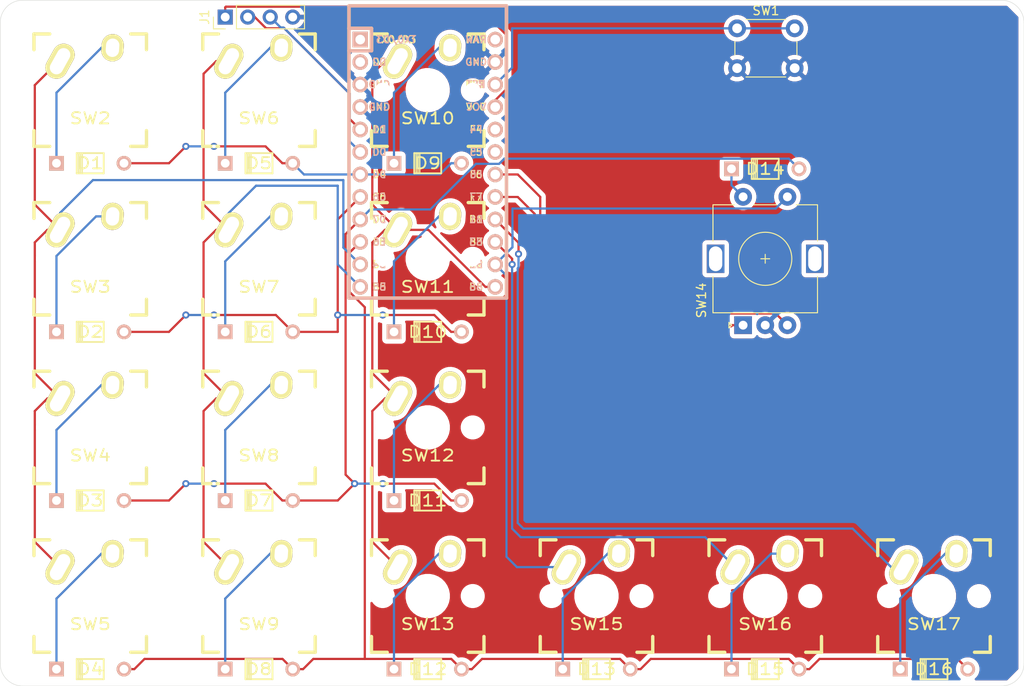
<source format=kicad_pcb>
(kicad_pcb (version 20171130) (host pcbnew "(5.1.5)-3")
  (layers (0 F.Cu signal hide) (31 B.Cu signal hide) (34 B.Paste user) (35 F.Paste user) (36 B.SilkS user) (37 F.SilkS user) (38 B.Mask user) (39 F.Mask user) (44 Edge.Cuts user))
  (net 0 "")
  (net 1 /ROW_A)
  (net 2 "Net-(D1-Pad2)")
  (net 3 /ROW_B)
  (net 4 "Net-(D2-Pad2)")
  (net 5 /ROW_C)
  (net 6 "Net-(D3-Pad2)")
  (net 7 /ROW_D)
  (net 8 "Net-(D4-Pad2)")
  (net 9 "Net-(D5-Pad2)")
  (net 10 "Net-(D6-Pad2)")
  (net 11 "Net-(D7-Pad2)")
  (net 12 "Net-(D8-Pad2)")
  (net 13 "Net-(D9-Pad2)")
  (net 14 "Net-(D10-Pad2)")
  (net 15 "Net-(D11-Pad2)")
  (net 16 "Net-(D12-Pad2)")
  (net 17 "Net-(D13-Pad2)")
  (net 18 "Net-(D14-Pad2)")
  (net 19 "Net-(D15-Pad2)")
  (net 20 "Net-(D16-Pad2)")
  (net 21 VCC)
  (net 22 /SCL)
  (net 23 /SDA)
  (net 24 GND)
  (net 25 "Net-(SW1-Pad1)")
  (net 26 /COL_A)
  (net 27 /COL_B)
  (net 28 /COL_C)
  (net 29 /COL_D)
  (net 30 /ROT1_A)
  (net 31 /ROT1_B)
  (net 32 /COL_E)
  (net 33 /COL_F)
  (module Keebio_Parts:ArduinoProMicro (layer F.Cu) (at 92.075 81.28 270)
    (fp_text reference U1 hide)
    (fp_text value ProMicro hide)
    (fp_text user D2 (at -11.43 5.461) (layer B.SilkS) (effects (font (size 0.8 0.8)) (justify mirror)))
    (fp_text user D0 (at -1.27 5.461) (layer B.SilkS) (effects (font (size 0.8 0.8)) (justify mirror)))
    (fp_text user D1 (at -3.81 5.461) (layer B.SilkS) (effects (font (size 0.8 0.8)) (justify mirror)))
    (fp_text user GND (at -6.35 5.461) (layer B.SilkS) (effects (font (size 0.8 0.8)) (justify mirror)))
    (fp_text user GND (at -8.89 5.461) (layer B.SilkS) (effects (font (size 0.8 0.8)) (justify mirror)))
    (fp_text user D4 (at 1.27 5.461) (layer B.SilkS) (effects (font (size 0.8 0.8)) (justify mirror)))
    (fp_text user C6 (at 3.81 5.461) (layer B.SilkS) (effects (font (size 0.8 0.8)) (justify mirror)))
    (fp_text user D7 (at 6.35 5.461) (layer B.SilkS) (effects (font (size 0.8 0.8)) (justify mirror)))
    (fp_text user E6 (at 8.89 5.461) (layer B.SilkS) (effects (font (size 0.8 0.8)) (justify mirror)))
    (fp_text user B4 (at 11.43 5.461) (layer B.SilkS) (effects (font (size 0.8 0.8)) (justify mirror)))
    (fp_text user B5 (at 13.97 5.461) (layer B.SilkS) (effects (font (size 0.8 0.8)) (justify mirror)))
    (fp_text user B6 (at 13.97 -5.461) (layer B.SilkS) (effects (font (size 0.8 0.8)) (justify mirror)))
    (fp_text user B2 (at 11.43 -5.461) (layer F.SilkS) (effects (font (size 0.8 0.8))))
    (fp_text user B3 (at 8.89 -5.461) (layer B.SilkS) (effects (font (size 0.8 0.8)) (justify mirror)))
    (fp_text user B1 (at 6.35 -5.461) (layer B.SilkS) (effects (font (size 0.8 0.8)) (justify mirror)))
    (fp_text user F7 (at 3.81 -5.461) (layer F.SilkS) (effects (font (size 0.8 0.8))))
    (fp_text user F6 (at 1.27 -5.461) (layer F.SilkS) (effects (font (size 0.8 0.8))))
    (fp_text user F5 (at -1.27 -5.461) (layer F.SilkS) (effects (font (size 0.8 0.8))))
    (fp_text user F4 (at -3.81 -5.461) (layer B.SilkS) (effects (font (size 0.8 0.8)) (justify mirror)))
    (fp_text user VCC (at -6.35 -5.461) (layer B.SilkS) (effects (font (size 0.8 0.8)) (justify mirror)))
    (fp_text user GND (at -11.43 -5.461) (layer B.SilkS) (effects (font (size 0.8 0.8)) (justify mirror)))
    (fp_text user RAW (at -13.97 -5.461) (layer B.SilkS) (effects (font (size 0.8 0.8)) (justify mirror)))
    (fp_text user RAW (at -13.97 -5.461) (layer F.SilkS) (effects (font (size 0.8 0.8))))
    (fp_text user GND (at -11.43 -5.461) (layer F.SilkS) (effects (font (size 0.8 0.8))))
    (fp_text user ST (at -8.92 -5.73312) (layer F.SilkS) (effects (font (size 0.8 0.8))))
    (fp_text user VCC (at -6.35 -5.461) (layer F.SilkS) (effects (font (size 0.8 0.8))))
    (fp_text user F4 (at -3.81 -5.461) (layer F.SilkS) (effects (font (size 0.8 0.8))))
    (fp_text user F5 (at -1.27 -5.461) (layer B.SilkS) (effects (font (size 0.8 0.8)) (justify mirror)))
    (fp_text user F6 (at 1.27 -5.461) (layer B.SilkS) (effects (font (size 0.8 0.8)) (justify mirror)))
    (fp_text user F7 (at 3.81 -5.461) (layer B.SilkS) (effects (font (size 0.8 0.8)) (justify mirror)))
    (fp_text user B1 (at 6.35 -5.461) (layer F.SilkS) (effects (font (size 0.8 0.8))))
    (fp_text user B3 (at 8.89 -5.461) (layer F.SilkS) (effects (font (size 0.8 0.8))))
    (fp_text user B2 (at 11.43 -5.461) (layer B.SilkS) (effects (font (size 0.8 0.8)) (justify mirror)))
    (fp_text user B6 (at 13.97 -5.461) (layer F.SilkS) (effects (font (size 0.8 0.8))))
    (fp_text user B5 (at 13.97 5.461) (layer F.SilkS) (effects (font (size 0.8 0.8))))
    (fp_text user B4 (at 11.43 5.461) (layer F.SilkS) (effects (font (size 0.8 0.8))))
    (fp_text user E6 (at 8.89 5.461) (layer F.SilkS) (effects (font (size 0.8 0.8))))
    (fp_text user D7 (at 6.35 5.461) (layer F.SilkS) (effects (font (size 0.8 0.8))))
    (fp_text user C6 (at 3.81 5.461) (layer F.SilkS) (effects (font (size 0.8 0.8))))
    (fp_text user D4 (at 1.27 5.461) (layer F.SilkS) (effects (font (size 0.8 0.8))))
    (fp_text user GND (at -8.89 5.461) (layer F.SilkS) (effects (font (size 0.8 0.8))))
    (fp_text user GND (at -6.35 5.461) (layer F.SilkS) (effects (font (size 0.8 0.8))))
    (fp_text user D1 (at -3.81 5.461) (layer F.SilkS) (effects (font (size 0.8 0.8))))
    (fp_text user D0 (at -1.27 5.461) (layer F.SilkS) (effects (font (size 0.8 0.8))))
    (fp_text user D2 (at -11.43 5.461) (layer F.SilkS) (effects (font (size 0.8 0.8))))
    (fp_text user TX0/D3 (at -13.97 3.571872) (layer B.SilkS) (effects (font (size 0.8 0.8)) (justify mirror)))
    (fp_text user TX0/D3 (at -13.97 3.571872) (layer F.SilkS) (effects (font (size 0.8 0.8))))
    (fp_text user ST (at -8.91 -5.04) (layer B.SilkS) (effects (font (size 0.8 0.8)) (justify mirror)))
    (pad 1 thru_hole rect (at -13.97 7.62 270) (size 1.7526 1.7526) (drill 1.0922) (layers *.Cu *.SilkS *.Mask))
    (pad 2 thru_hole circle (at -11.43 7.62 270) (size 1.7526 1.7526) (drill 1.0922) (layers *.Cu *.SilkS *.Mask))
    (pad 3 thru_hole circle (at -8.89 7.62 270) (size 1.7526 1.7526) (drill 1.0922) (layers *.Cu *.SilkS *.Mask) (net 24 GND))
    (pad 4 thru_hole circle (at -6.35 7.62 270) (size 1.7526 1.7526) (drill 1.0922) (layers *.Cu *.SilkS *.Mask) (net 24 GND))
    (pad 5 thru_hole circle (at -3.81 7.62 270) (size 1.7526 1.7526) (drill 1.0922) (layers *.Cu *.SilkS *.Mask) (net 22 /SCL))
    (pad 6 thru_hole circle (at -1.27 7.62 270) (size 1.7526 1.7526) (drill 1.0922) (layers *.Cu *.SilkS *.Mask) (net 23 /SDA))
    (pad 7 thru_hole circle (at 1.27 7.62 270) (size 1.7526 1.7526) (drill 1.0922) (layers *.Cu *.SilkS *.Mask) (net 1 /ROW_A))
    (pad 8 thru_hole circle (at 3.81 7.62 270) (size 1.7526 1.7526) (drill 1.0922) (layers *.Cu *.SilkS *.Mask) (net 3 /ROW_B))
    (pad 9 thru_hole circle (at 6.35 7.62 270) (size 1.7526 1.7526) (drill 1.0922) (layers *.Cu *.SilkS *.Mask) (net 5 /ROW_C))
    (pad 10 thru_hole circle (at 8.89 7.62 270) (size 1.7526 1.7526) (drill 1.0922) (layers *.Cu *.SilkS *.Mask) (net 7 /ROW_D))
    (pad 11 thru_hole circle (at 11.43 7.62 270) (size 1.7526 1.7526) (drill 1.0922) (layers *.Cu *.SilkS *.Mask) (net 26 /COL_A))
    (pad 13 thru_hole circle (at 13.97 -7.62 270) (size 1.7526 1.7526) (drill 1.0922) (layers *.Cu *.SilkS *.Mask) (net 28 /COL_C))
    (pad 14 thru_hole circle (at 11.43 -7.62 270) (size 1.7526 1.7526) (drill 1.0922) (layers *.Cu *.SilkS *.Mask) (net 29 /COL_D))
    (pad 15 thru_hole circle (at 8.89 -7.62 270) (size 1.7526 1.7526) (drill 1.0922) (layers *.Cu *.SilkS *.Mask) (net 32 /COL_E))
    (pad 16 thru_hole circle (at 6.35 -7.62 270) (size 1.7526 1.7526) (drill 1.0922) (layers *.Cu *.SilkS *.Mask) (net 33 /COL_F))
    (pad 17 thru_hole circle (at 3.81 -7.62 270) (size 1.7526 1.7526) (drill 1.0922) (layers *.Cu *.SilkS *.Mask) (net 30 /ROT1_A))
    (pad 18 thru_hole circle (at 1.27 -7.62 270) (size 1.7526 1.7526) (drill 1.0922) (layers *.Cu *.SilkS *.Mask) (net 31 /ROT1_B))
    (pad 19 thru_hole circle (at -1.27 -7.62 270) (size 1.7526 1.7526) (drill 1.0922) (layers *.Cu *.SilkS *.Mask))
    (pad 20 thru_hole circle (at -3.81 -7.62 270) (size 1.7526 1.7526) (drill 1.0922) (layers *.Cu *.SilkS *.Mask))
    (pad 21 thru_hole circle (at -6.35 -7.62 270) (size 1.7526 1.7526) (drill 1.0922) (layers *.Cu *.SilkS *.Mask) (net 21 VCC))
    (pad 22 thru_hole circle (at -8.89 -7.62 270) (size 1.7526 1.7526) (drill 1.0922) (layers *.Cu *.SilkS *.Mask) (net 25 "Net-(SW1-Pad1)"))
    (pad 23 thru_hole circle (at -11.43 -7.62 270) (size 1.7526 1.7526) (drill 1.0922) (layers *.Cu *.SilkS *.Mask) (net 24 GND))
    (pad 12 thru_hole circle (at 13.97 7.62 270) (size 1.7526 1.7526) (drill 1.0922) (layers *.Cu *.SilkS *.Mask) (net 27 /COL_B))
    (pad 24 thru_hole circle (at -13.97 -7.62 270) (size 1.7526 1.7526) (drill 1.0922) (layers *.Cu *.SilkS *.Mask))
  )
  (module TheKeebrary:Hybrid_PCB_100H (layer F.Cu) (at 149.225 130.175)
    (fp_text reference SW17 (at 0 3.175) (layer F.SilkS) (effects (font (size 1.27 1.524) (thickness 0.2032))))
    (fp_text value SW_Push hide)
    (pad 1 thru_hole oval (at -3.405 -3.27 330.95) (size 2.5 4.17) (drill oval 1.5 3.17) (layers *.Cu *.Mask F.SilkS) (net 33 /COL_F))
    (pad 2 thru_hole oval (at 2.52 -4.79 356.1) (size 2.5 3.08) (drill oval 1.5 2.08) (layers *.Cu *.Mask F.SilkS) (net 20 "Net-(D16-Pad2)"))
    (pad HOLE np_thru_hole circle (at 0 0) (size 3.9878 3.9878) (drill 3.9878) (layers *.Cu))
    (pad HOLE np_thru_hole circle (at -5.08 0) (size 1.7018 1.7018) (drill 1.7018) (layers *.Cu))
    (pad HOLE np_thru_hole circle (at 5.08 0) (size 1.7018 1.7018) (drill 1.7018) (layers *.Cu))
  )
  (module TheKeebrary:Hybrid_PCB_100H (layer F.Cu) (at 130.175 130.175)
    (fp_text reference SW16 (at 0 3.175) (layer F.SilkS) (effects (font (size 1.27 1.524) (thickness 0.2032))))
    (fp_text value SW_Push hide)
    (pad 1 thru_hole oval (at -3.405 -3.27 330.95) (size 2.5 4.17) (drill oval 1.5 3.17) (layers *.Cu *.Mask F.SilkS) (net 32 /COL_E))
    (pad 2 thru_hole oval (at 2.52 -4.79 356.1) (size 2.5 3.08) (drill oval 1.5 2.08) (layers *.Cu *.Mask F.SilkS) (net 19 "Net-(D15-Pad2)"))
    (pad HOLE np_thru_hole circle (at 0 0) (size 3.9878 3.9878) (drill 3.9878) (layers *.Cu))
    (pad HOLE np_thru_hole circle (at -5.08 0) (size 1.7018 1.7018) (drill 1.7018) (layers *.Cu))
    (pad HOLE np_thru_hole circle (at 5.08 0) (size 1.7018 1.7018) (drill 1.7018) (layers *.Cu))
  )
  (module TheKeebrary:Hybrid_PCB_100H (layer F.Cu) (at 111.125 130.175)
    (fp_text reference SW15 (at 0 3.175) (layer F.SilkS) (effects (font (size 1.27 1.524) (thickness 0.2032))))
    (fp_text value SW_Push hide)
    (pad 1 thru_hole oval (at -3.405 -3.27 330.95) (size 2.5 4.17) (drill oval 1.5 3.17) (layers *.Cu *.Mask F.SilkS) (net 29 /COL_D))
    (pad 2 thru_hole oval (at 2.52 -4.79 356.1) (size 2.5 3.08) (drill oval 1.5 2.08) (layers *.Cu *.Mask F.SilkS) (net 17 "Net-(D13-Pad2)"))
    (pad HOLE np_thru_hole circle (at 0 0) (size 3.9878 3.9878) (drill 3.9878) (layers *.Cu))
    (pad HOLE np_thru_hole circle (at -5.08 0) (size 1.7018 1.7018) (drill 1.7018) (layers *.Cu))
    (pad HOLE np_thru_hole circle (at 5.08 0) (size 1.7018 1.7018) (drill 1.7018) (layers *.Cu))
  )
  (module TheKeebrary:Hybrid_PCB_100H (layer F.Cu) (at 92.075 130.175)
    (fp_text reference SW13 (at 0 3.175) (layer F.SilkS) (effects (font (size 1.27 1.524) (thickness 0.2032))))
    (fp_text value SW_Push hide)
    (pad 1 thru_hole oval (at -3.405 -3.27 330.95) (size 2.5 4.17) (drill oval 1.5 3.17) (layers *.Cu *.Mask F.SilkS) (net 28 /COL_C))
    (pad 2 thru_hole oval (at 2.52 -4.79 356.1) (size 2.5 3.08) (drill oval 1.5 2.08) (layers *.Cu *.Mask F.SilkS) (net 16 "Net-(D12-Pad2)"))
    (pad HOLE np_thru_hole circle (at 0 0) (size 3.9878 3.9878) (drill 3.9878) (layers *.Cu))
    (pad HOLE np_thru_hole circle (at -5.08 0) (size 1.7018 1.7018) (drill 1.7018) (layers *.Cu))
    (pad HOLE np_thru_hole circle (at 5.08 0) (size 1.7018 1.7018) (drill 1.7018) (layers *.Cu))
  )
  (module TheKeebrary:Hybrid_PCB_100H (layer F.Cu) (at 92.075 111.125)
    (fp_text reference SW12 (at 0 3.175) (layer F.SilkS) (effects (font (size 1.27 1.524) (thickness 0.2032))))
    (fp_text value SW_Push hide)
    (pad 1 thru_hole oval (at -3.405 -3.27 330.95) (size 2.5 4.17) (drill oval 1.5 3.17) (layers *.Cu *.Mask F.SilkS) (net 28 /COL_C))
    (pad 2 thru_hole oval (at 2.52 -4.79 356.1) (size 2.5 3.08) (drill oval 1.5 2.08) (layers *.Cu *.Mask F.SilkS) (net 15 "Net-(D11-Pad2)"))
    (pad HOLE np_thru_hole circle (at 0 0) (size 3.9878 3.9878) (drill 3.9878) (layers *.Cu))
    (pad HOLE np_thru_hole circle (at -5.08 0) (size 1.7018 1.7018) (drill 1.7018) (layers *.Cu))
    (pad HOLE np_thru_hole circle (at 5.08 0) (size 1.7018 1.7018) (drill 1.7018) (layers *.Cu))
  )
  (module TheKeebrary:Hybrid_PCB_100H (layer F.Cu) (at 92.075 92.075)
    (fp_text reference SW11 (at 0 3.175) (layer F.SilkS) (effects (font (size 1.27 1.524) (thickness 0.2032))))
    (fp_text value SW_Push hide)
    (pad 1 thru_hole oval (at -3.405 -3.27 330.95) (size 2.5 4.17) (drill oval 1.5 3.17) (layers *.Cu *.Mask F.SilkS) (net 28 /COL_C))
    (pad 2 thru_hole oval (at 2.52 -4.79 356.1) (size 2.5 3.08) (drill oval 1.5 2.08) (layers *.Cu *.Mask F.SilkS) (net 14 "Net-(D10-Pad2)"))
    (pad HOLE np_thru_hole circle (at 0 0) (size 3.9878 3.9878) (drill 3.9878) (layers *.Cu))
    (pad HOLE np_thru_hole circle (at -5.08 0) (size 1.7018 1.7018) (drill 1.7018) (layers *.Cu))
    (pad HOLE np_thru_hole circle (at 5.08 0) (size 1.7018 1.7018) (drill 1.7018) (layers *.Cu))
  )
  (module TheKeebrary:Hybrid_PCB_100H (layer F.Cu) (at 92.075 73.025)
    (fp_text reference SW10 (at 0 3.175) (layer F.SilkS) (effects (font (size 1.27 1.524) (thickness 0.2032))))
    (fp_text value SW_Push hide)
    (pad 1 thru_hole oval (at -3.405 -3.27 330.95) (size 2.5 4.17) (drill oval 1.5 3.17) (layers *.Cu *.Mask F.SilkS) (net 28 /COL_C))
    (pad 2 thru_hole oval (at 2.52 -4.79 356.1) (size 2.5 3.08) (drill oval 1.5 2.08) (layers *.Cu *.Mask F.SilkS) (net 13 "Net-(D9-Pad2)"))
    (pad HOLE np_thru_hole circle (at 0 0) (size 3.9878 3.9878) (drill 3.9878) (layers *.Cu))
    (pad HOLE np_thru_hole circle (at -5.08 0) (size 1.7018 1.7018) (drill 1.7018) (layers *.Cu))
    (pad HOLE np_thru_hole circle (at 5.08 0) (size 1.7018 1.7018) (drill 1.7018) (layers *.Cu))
  )
  (module TheKeebrary:Hybrid_PCB_100H (layer F.Cu) (at 73.025 130.175)
    (fp_text reference SW9 (at 0 3.175) (layer F.SilkS) (effects (font (size 1.27 1.524) (thickness 0.2032))))
    (fp_text value SW_Push hide)
    (pad 1 thru_hole oval (at -3.405 -3.27 330.95) (size 2.5 4.17) (drill oval 1.5 3.17) (layers *.Cu *.Mask F.SilkS) (net 27 /COL_B))
    (pad 2 thru_hole oval (at 2.52 -4.79 356.1) (size 2.5 3.08) (drill oval 1.5 2.08) (layers *.Cu *.Mask F.SilkS) (net 12 "Net-(D8-Pad2)"))
    (pad HOLE np_thru_hole circle (at 0 0) (size 3.9878 3.9878) (drill 3.9878) (layers *.Cu))
    (pad HOLE np_thru_hole circle (at -5.08 0) (size 1.7018 1.7018) (drill 1.7018) (layers *.Cu))
    (pad HOLE np_thru_hole circle (at 5.08 0) (size 1.7018 1.7018) (drill 1.7018) (layers *.Cu))
  )
  (module TheKeebrary:Hybrid_PCB_100H (layer F.Cu) (at 73.025 111.125)
    (fp_text reference SW8 (at 0 3.175) (layer F.SilkS) (effects (font (size 1.27 1.524) (thickness 0.2032))))
    (fp_text value SW_Push hide)
    (pad 1 thru_hole oval (at -3.405 -3.27 330.95) (size 2.5 4.17) (drill oval 1.5 3.17) (layers *.Cu *.Mask F.SilkS) (net 27 /COL_B))
    (pad 2 thru_hole oval (at 2.52 -4.79 356.1) (size 2.5 3.08) (drill oval 1.5 2.08) (layers *.Cu *.Mask F.SilkS) (net 11 "Net-(D7-Pad2)"))
    (pad HOLE np_thru_hole circle (at 0 0) (size 3.9878 3.9878) (drill 3.9878) (layers *.Cu))
    (pad HOLE np_thru_hole circle (at -5.08 0) (size 1.7018 1.7018) (drill 1.7018) (layers *.Cu))
    (pad HOLE np_thru_hole circle (at 5.08 0) (size 1.7018 1.7018) (drill 1.7018) (layers *.Cu))
  )
  (module TheKeebrary:Hybrid_PCB_100H (layer F.Cu) (at 73.025 92.075)
    (fp_text reference SW7 (at 0 3.175) (layer F.SilkS) (effects (font (size 1.27 1.524) (thickness 0.2032))))
    (fp_text value SW_Push hide)
    (pad 1 thru_hole oval (at -3.405 -3.27 330.95) (size 2.5 4.17) (drill oval 1.5 3.17) (layers *.Cu *.Mask F.SilkS) (net 27 /COL_B))
    (pad 2 thru_hole oval (at 2.52 -4.79 356.1) (size 2.5 3.08) (drill oval 1.5 2.08) (layers *.Cu *.Mask F.SilkS) (net 10 "Net-(D6-Pad2)"))
    (pad HOLE np_thru_hole circle (at 0 0) (size 3.9878 3.9878) (drill 3.9878) (layers *.Cu))
    (pad HOLE np_thru_hole circle (at -5.08 0) (size 1.7018 1.7018) (drill 1.7018) (layers *.Cu))
    (pad HOLE np_thru_hole circle (at 5.08 0) (size 1.7018 1.7018) (drill 1.7018) (layers *.Cu))
  )
  (module TheKeebrary:Hybrid_PCB_100H (layer F.Cu) (at 73.025 73.025)
    (fp_text reference SW6 (at 0 3.175) (layer F.SilkS) (effects (font (size 1.27 1.524) (thickness 0.2032))))
    (fp_text value SW_Push hide)
    (pad 1 thru_hole oval (at -3.405 -3.27 330.95) (size 2.5 4.17) (drill oval 1.5 3.17) (layers *.Cu *.Mask F.SilkS) (net 27 /COL_B))
    (pad 2 thru_hole oval (at 2.52 -4.79 356.1) (size 2.5 3.08) (drill oval 1.5 2.08) (layers *.Cu *.Mask F.SilkS) (net 9 "Net-(D5-Pad2)"))
    (pad HOLE np_thru_hole circle (at 0 0) (size 3.9878 3.9878) (drill 3.9878) (layers *.Cu))
    (pad HOLE np_thru_hole circle (at -5.08 0) (size 1.7018 1.7018) (drill 1.7018) (layers *.Cu))
    (pad HOLE np_thru_hole circle (at 5.08 0) (size 1.7018 1.7018) (drill 1.7018) (layers *.Cu))
  )
  (module TheKeebrary:Hybrid_PCB_100H (layer F.Cu) (at 53.975 130.175)
    (fp_text reference SW5 (at 0 3.175) (layer F.SilkS) (effects (font (size 1.27 1.524) (thickness 0.2032))))
    (fp_text value SW_Push hide)
    (pad 1 thru_hole oval (at -3.405 -3.27 330.95) (size 2.5 4.17) (drill oval 1.5 3.17) (layers *.Cu *.Mask F.SilkS) (net 26 /COL_A))
    (pad 2 thru_hole oval (at 2.52 -4.79 356.1) (size 2.5 3.08) (drill oval 1.5 2.08) (layers *.Cu *.Mask F.SilkS) (net 8 "Net-(D4-Pad2)"))
    (pad HOLE np_thru_hole circle (at 0 0) (size 3.9878 3.9878) (drill 3.9878) (layers *.Cu))
    (pad HOLE np_thru_hole circle (at -5.08 0) (size 1.7018 1.7018) (drill 1.7018) (layers *.Cu))
    (pad HOLE np_thru_hole circle (at 5.08 0) (size 1.7018 1.7018) (drill 1.7018) (layers *.Cu))
  )
  (module TheKeebrary:Hybrid_PCB_100H (layer F.Cu) (at 53.975 111.125)
    (fp_text reference SW4 (at 0 3.175) (layer F.SilkS) (effects (font (size 1.27 1.524) (thickness 0.2032))))
    (fp_text value SW_Push hide)
    (pad 1 thru_hole oval (at -3.405 -3.27 330.95) (size 2.5 4.17) (drill oval 1.5 3.17) (layers *.Cu *.Mask F.SilkS) (net 26 /COL_A))
    (pad 2 thru_hole oval (at 2.52 -4.79 356.1) (size 2.5 3.08) (drill oval 1.5 2.08) (layers *.Cu *.Mask F.SilkS) (net 6 "Net-(D3-Pad2)"))
    (pad HOLE np_thru_hole circle (at 0 0) (size 3.9878 3.9878) (drill 3.9878) (layers *.Cu))
    (pad HOLE np_thru_hole circle (at -5.08 0) (size 1.7018 1.7018) (drill 1.7018) (layers *.Cu))
    (pad HOLE np_thru_hole circle (at 5.08 0) (size 1.7018 1.7018) (drill 1.7018) (layers *.Cu))
  )
  (module TheKeebrary:Hybrid_PCB_100H (layer F.Cu) (at 53.975 92.075)
    (fp_text reference SW3 (at 0 3.175) (layer F.SilkS) (effects (font (size 1.27 1.524) (thickness 0.2032))))
    (fp_text value SW_Push hide)
    (pad 1 thru_hole oval (at -3.405 -3.27 330.95) (size 2.5 4.17) (drill oval 1.5 3.17) (layers *.Cu *.Mask F.SilkS) (net 26 /COL_A))
    (pad 2 thru_hole oval (at 2.52 -4.79 356.1) (size 2.5 3.08) (drill oval 1.5 2.08) (layers *.Cu *.Mask F.SilkS) (net 4 "Net-(D2-Pad2)"))
    (pad HOLE np_thru_hole circle (at 0 0) (size 3.9878 3.9878) (drill 3.9878) (layers *.Cu))
    (pad HOLE np_thru_hole circle (at -5.08 0) (size 1.7018 1.7018) (drill 1.7018) (layers *.Cu))
    (pad HOLE np_thru_hole circle (at 5.08 0) (size 1.7018 1.7018) (drill 1.7018) (layers *.Cu))
  )
  (module TheKeebrary:Hybrid_PCB_100H (layer F.Cu) (at 53.975 73.025)
    (fp_text reference SW2 (at 0 3.175) (layer F.SilkS) (effects (font (size 1.27 1.524) (thickness 0.2032))))
    (fp_text value SW_Push hide)
    (pad 1 thru_hole oval (at -3.405 -3.27 330.95) (size 2.5 4.17) (drill oval 1.5 3.17) (layers *.Cu *.Mask F.SilkS) (net 26 /COL_A))
    (pad 2 thru_hole oval (at 2.52 -4.79 356.1) (size 2.5 3.08) (drill oval 1.5 2.08) (layers *.Cu *.Mask F.SilkS) (net 2 "Net-(D1-Pad2)"))
    (pad HOLE np_thru_hole circle (at 0 0) (size 3.9878 3.9878) (drill 3.9878) (layers *.Cu))
    (pad HOLE np_thru_hole circle (at -5.08 0) (size 1.7018 1.7018) (drill 1.7018) (layers *.Cu))
    (pad HOLE np_thru_hole circle (at 5.08 0) (size 1.7018 1.7018) (drill 1.7018) (layers *.Cu))
  )
  (module Keebio_Parts:RotaryEncoder_Alps_EC11E-Switch_Vertical_H20mm (layer F.Cu) (at 130.175 92.075 90)
    (fp_text reference SW14 (at -4.7 -7.2 90) (layer F.SilkS))
    (fp_text value Rotary_Encoder_Switch)
    (pad A thru_hole rect (at -7.5 -2.5 90) (size 2 2) (drill 1) (layers *.Cu *.Mask) (net 30 /ROT1_A))
    (pad C thru_hole circle (at -7.5 0 90) (size 2 2) (drill 1) (layers *.Cu *.Mask) (net 24 GND))
    (pad B thru_hole circle (at -7.5 2.5 90) (size 2 2) (drill 1) (layers *.Cu *.Mask) (net 31 /ROT1_B))
    (pad MP thru_hole rect (at 0 -5.6 90) (size 3.2 2) (drill oval 2.8 1.5) (layers *.Cu *.Mask))
    (pad MP thru_hole rect (at 0 5.6 90) (size 3.2 2) (drill oval 2.8 1.5) (layers *.Cu *.Mask))
    (pad S2 thru_hole circle (at 7 -2.5 90) (size 2 2) (drill 1) (layers *.Cu *.Mask) (net 18 "Net-(D14-Pad2)"))
    (pad S1 thru_hole circle (at 7 2.5 90) (size 2 2) (drill 1) (layers *.Cu *.Mask) (net 29 /COL_D))
  )
  (module Buttons_Switches_THT:SW_PUSH_6mm (layer F.Cu) (at 127 66.04)
    (fp_text reference SW1 (at 3.25 -2) (layer F.SilkS))
    (fp_text value Reset)
    (pad 2 thru_hole circle (at 0 4.5 90) (size 2 2) (drill 1.1) (layers *.Cu *.Mask) (net 24 GND))
    (pad 1 thru_hole circle (at 0 0 90) (size 2 2) (drill 1.1) (layers *.Cu *.Mask) (net 25 "Net-(SW1-Pad1)"))
    (pad 2 thru_hole circle (at 6.5 4.5 90) (size 2 2) (drill 1.1) (layers *.Cu *.Mask) (net 24 GND))
    (pad 1 thru_hole circle (at 6.5 0 90) (size 2 2) (drill 1.1) (layers *.Cu *.Mask) (net 25 "Net-(SW1-Pad1)"))
  )
  (module Pin_Headers:Pin_Header_Straight_1x04_Pitch2.54mm (layer F.Cu) (at 69.215 64.77 90)
    (fp_text reference J1 (at 0 -2.33 90) (layer F.SilkS))
    (fp_text value Conn_01x04_Female)
    (pad 1 thru_hole rect (at 0 0 90) (size 1.7 1.7) (drill 1) (layers *.Cu *.Mask) (net 21 VCC))
    (pad 2 thru_hole oval (at 0 2.54 90) (size 1.7 1.7) (drill 1) (layers *.Cu *.Mask) (net 22 /SCL))
    (pad 3 thru_hole oval (at 0 5.08 90) (size 1.7 1.7) (drill 1) (layers *.Cu *.Mask) (net 23 /SDA))
    (pad 4 thru_hole oval (at 0 7.62 90) (size 1.7 1.7) (drill 1) (layers *.Cu *.Mask) (net 24 GND))
  )
  (module Keebio_Parts:Diode (layer F.Cu) (at 149.225 138.43 180)
    (fp_text reference D16 (at 0 0) (layer F.SilkS) (effects (font (size 1.27 1.524) (thickness 0.2032))))
    (fp_text value D hide)
    (pad 1 thru_hole circle (at -3.81 0 180) (size 1.651 1.651) (drill 0.9906) (layers *.Cu *.SilkS *.Mask) (net 7 /ROW_D))
    (pad 2 thru_hole rect (at 3.81 0 180) (size 1.651 1.651) (drill 0.9906) (layers *.Cu *.SilkS *.Mask) (net 20 "Net-(D16-Pad2)"))
  )
  (module Keebio_Parts:Diode (layer F.Cu) (at 130.175 138.43 180)
    (fp_text reference D15 (at 0 0) (layer F.SilkS) (effects (font (size 1.27 1.524) (thickness 0.2032))))
    (fp_text value D hide)
    (pad 1 thru_hole circle (at -3.81 0 180) (size 1.651 1.651) (drill 0.9906) (layers *.Cu *.SilkS *.Mask) (net 7 /ROW_D))
    (pad 2 thru_hole rect (at 3.81 0 180) (size 1.651 1.651) (drill 0.9906) (layers *.Cu *.SilkS *.Mask) (net 19 "Net-(D15-Pad2)"))
  )
  (module Keebio_Parts:Diode (layer F.Cu) (at 130.175 81.915 180)
    (fp_text reference D14 (at 0 0) (layer F.SilkS) (effects (font (size 1.27 1.524) (thickness 0.2032))))
    (fp_text value D hide)
    (pad 1 thru_hole circle (at -3.81 0 180) (size 1.651 1.651) (drill 0.9906) (layers *.Cu *.SilkS *.Mask) (net 5 /ROW_C))
    (pad 2 thru_hole rect (at 3.81 0 180) (size 1.651 1.651) (drill 0.9906) (layers *.Cu *.SilkS *.Mask) (net 18 "Net-(D14-Pad2)"))
  )
  (module Keebio_Parts:Diode (layer F.Cu) (at 111.125 138.43 180)
    (fp_text reference D13 (at 0 0) (layer F.SilkS) (effects (font (size 1.27 1.524) (thickness 0.2032))))
    (fp_text value D hide)
    (pad 1 thru_hole circle (at -3.81 0 180) (size 1.651 1.651) (drill 0.9906) (layers *.Cu *.SilkS *.Mask) (net 7 /ROW_D))
    (pad 2 thru_hole rect (at 3.81 0 180) (size 1.651 1.651) (drill 0.9906) (layers *.Cu *.SilkS *.Mask) (net 17 "Net-(D13-Pad2)"))
  )
  (module Keebio_Parts:Diode (layer F.Cu) (at 92.075 138.43 180)
    (fp_text reference D12 (at 0 0) (layer F.SilkS) (effects (font (size 1.27 1.524) (thickness 0.2032))))
    (fp_text value D hide)
    (pad 1 thru_hole circle (at -3.81 0 180) (size 1.651 1.651) (drill 0.9906) (layers *.Cu *.SilkS *.Mask) (net 7 /ROW_D))
    (pad 2 thru_hole rect (at 3.81 0 180) (size 1.651 1.651) (drill 0.9906) (layers *.Cu *.SilkS *.Mask) (net 16 "Net-(D12-Pad2)"))
  )
  (module Keebio_Parts:Diode (layer F.Cu) (at 92.075 119.38 180)
    (fp_text reference D11 (at 0 0) (layer F.SilkS) (effects (font (size 1.27 1.524) (thickness 0.2032))))
    (fp_text value D hide)
    (pad 1 thru_hole circle (at -3.81 0 180) (size 1.651 1.651) (drill 0.9906) (layers *.Cu *.SilkS *.Mask) (net 5 /ROW_C))
    (pad 2 thru_hole rect (at 3.81 0 180) (size 1.651 1.651) (drill 0.9906) (layers *.Cu *.SilkS *.Mask) (net 15 "Net-(D11-Pad2)"))
  )
  (module Keebio_Parts:Diode (layer F.Cu) (at 92.075 100.33 180)
    (fp_text reference D10 (at 0 0) (layer F.SilkS) (effects (font (size 1.27 1.524) (thickness 0.2032))))
    (fp_text value D hide)
    (pad 1 thru_hole circle (at -3.81 0 180) (size 1.651 1.651) (drill 0.9906) (layers *.Cu *.SilkS *.Mask) (net 3 /ROW_B))
    (pad 2 thru_hole rect (at 3.81 0 180) (size 1.651 1.651) (drill 0.9906) (layers *.Cu *.SilkS *.Mask) (net 14 "Net-(D10-Pad2)"))
  )
  (module Keebio_Parts:Diode (layer F.Cu) (at 92.075 81.28 180)
    (fp_text reference D9 (at 0 0) (layer F.SilkS) (effects (font (size 1.27 1.524) (thickness 0.2032))))
    (fp_text value D hide)
    (pad 1 thru_hole circle (at -3.81 0 180) (size 1.651 1.651) (drill 0.9906) (layers *.Cu *.SilkS *.Mask) (net 1 /ROW_A))
    (pad 2 thru_hole rect (at 3.81 0 180) (size 1.651 1.651) (drill 0.9906) (layers *.Cu *.SilkS *.Mask) (net 13 "Net-(D9-Pad2)"))
  )
  (module Keebio_Parts:Diode (layer F.Cu) (at 73.025 138.43 180)
    (fp_text reference D8 (at 0 0) (layer F.SilkS) (effects (font (size 1.27 1.524) (thickness 0.2032))))
    (fp_text value D hide)
    (pad 1 thru_hole circle (at -3.81 0 180) (size 1.651 1.651) (drill 0.9906) (layers *.Cu *.SilkS *.Mask) (net 7 /ROW_D))
    (pad 2 thru_hole rect (at 3.81 0 180) (size 1.651 1.651) (drill 0.9906) (layers *.Cu *.SilkS *.Mask) (net 12 "Net-(D8-Pad2)"))
  )
  (module Keebio_Parts:Diode (layer F.Cu) (at 73.025 119.38 180)
    (fp_text reference D7 (at 0 0) (layer F.SilkS) (effects (font (size 1.27 1.524) (thickness 0.2032))))
    (fp_text value D hide)
    (pad 1 thru_hole circle (at -3.81 0 180) (size 1.651 1.651) (drill 0.9906) (layers *.Cu *.SilkS *.Mask) (net 5 /ROW_C))
    (pad 2 thru_hole rect (at 3.81 0 180) (size 1.651 1.651) (drill 0.9906) (layers *.Cu *.SilkS *.Mask) (net 11 "Net-(D7-Pad2)"))
  )
  (module Keebio_Parts:Diode (layer F.Cu) (at 73.025 100.33 180)
    (fp_text reference D6 (at 0 0) (layer F.SilkS) (effects (font (size 1.27 1.524) (thickness 0.2032))))
    (fp_text value D hide)
    (pad 1 thru_hole circle (at -3.81 0 180) (size 1.651 1.651) (drill 0.9906) (layers *.Cu *.SilkS *.Mask) (net 3 /ROW_B))
    (pad 2 thru_hole rect (at 3.81 0 180) (size 1.651 1.651) (drill 0.9906) (layers *.Cu *.SilkS *.Mask) (net 10 "Net-(D6-Pad2)"))
  )
  (module Keebio_Parts:Diode (layer F.Cu) (at 73.025 81.28 180)
    (fp_text reference D5 (at 0 0) (layer F.SilkS) (effects (font (size 1.27 1.524) (thickness 0.2032))))
    (fp_text value D hide)
    (pad 1 thru_hole circle (at -3.81 0 180) (size 1.651 1.651) (drill 0.9906) (layers *.Cu *.SilkS *.Mask) (net 1 /ROW_A))
    (pad 2 thru_hole rect (at 3.81 0 180) (size 1.651 1.651) (drill 0.9906) (layers *.Cu *.SilkS *.Mask) (net 9 "Net-(D5-Pad2)"))
  )
  (module Keebio_Parts:Diode (layer F.Cu) (at 53.975 138.43 180)
    (fp_text reference D4 (at 0 0) (layer F.SilkS) (effects (font (size 1.27 1.524) (thickness 0.2032))))
    (fp_text value D hide)
    (pad 1 thru_hole circle (at -3.81 0 180) (size 1.651 1.651) (drill 0.9906) (layers *.Cu *.SilkS *.Mask) (net 7 /ROW_D))
    (pad 2 thru_hole rect (at 3.81 0 180) (size 1.651 1.651) (drill 0.9906) (layers *.Cu *.SilkS *.Mask) (net 8 "Net-(D4-Pad2)"))
  )
  (module Keebio_Parts:Diode (layer F.Cu) (at 53.975 119.38 180)
    (fp_text reference D3 (at 0 0) (layer F.SilkS) (effects (font (size 1.27 1.524) (thickness 0.2032))))
    (fp_text value D hide)
    (pad 1 thru_hole circle (at -3.81 0 180) (size 1.651 1.651) (drill 0.9906) (layers *.Cu *.SilkS *.Mask) (net 5 /ROW_C))
    (pad 2 thru_hole rect (at 3.81 0 180) (size 1.651 1.651) (drill 0.9906) (layers *.Cu *.SilkS *.Mask) (net 6 "Net-(D3-Pad2)"))
  )
  (module Keebio_Parts:Diode (layer F.Cu) (at 53.975 100.33 180)
    (fp_text reference D2 (at 0 0) (layer F.SilkS) (effects (font (size 1.27 1.524) (thickness 0.2032))))
    (fp_text value D hide)
    (pad 1 thru_hole circle (at -3.81 0 180) (size 1.651 1.651) (drill 0.9906) (layers *.Cu *.SilkS *.Mask) (net 3 /ROW_B))
    (pad 2 thru_hole rect (at 3.81 0 180) (size 1.651 1.651) (drill 0.9906) (layers *.Cu *.SilkS *.Mask) (net 4 "Net-(D2-Pad2)"))
  )
  (module Keebio_Parts:Diode (layer F.Cu) (at 53.975 81.28 180)
    (fp_text reference D1 (at 0 0) (layer F.SilkS) (effects (font (size 1.27 1.524) (thickness 0.2032))))
    (fp_text value D hide)
    (pad 1 thru_hole circle (at -3.81 0 180) (size 1.651 1.651) (drill 0.9906) (layers *.Cu *.SilkS *.Mask) (net 1 /ROW_A))
    (pad 2 thru_hole rect (at 3.81 0 180) (size 1.651 1.651) (drill 0.9906) (layers *.Cu *.SilkS *.Mask) (net 2 "Net-(D1-Pad2)"))
  )
  (gr_line (start 46.355 140.335) (end 156.845 140.335) (layer Edge.Cuts) (width 0.05))
  (gr_line (start 43.815 65.405) (end 43.815 137.795) (layer Edge.Cuts) (width 0.05))
  (gr_line (start 156.845 62.865) (end 46.355 62.865) (layer Edge.Cuts) (width 0.05))
  (gr_line (start 159.385 137.795) (end 159.385 65.405) (layer Edge.Cuts) (width 0.05))
  (gr_arc (start 156.845 137.795) (end 156.845 140.335) (angle -90) (layer Edge.Cuts) (width 0.05))
  (gr_arc (start 46.355 137.795) (end 43.815 137.795) (angle -90) (layer Edge.Cuts) (width 0.05))
  (gr_arc (start 46.355 65.405) (end 46.355 62.865) (angle -90) (layer Edge.Cuts) (width 0.05))
  (gr_arc (start 156.845 65.405) (end 159.385 65.405) (angle -90) (layer Edge.Cuts) (width 0.05))
  (segment (start 85.694275 82.55) (end 84.455 82.55) (width 0.25) (layer B.Cu) (net 1))
  (segment (start 93.447567 82.55) (end 85.694275 82.55) (width 0.25) (layer B.Cu) (net 1))
  (segment (start 94.717567 81.28) (end 93.447567 82.55) (width 0.25) (layer B.Cu) (net 1))
  (segment (start 95.885 81.28) (end 94.717567 81.28) (width 0.25) (layer B.Cu) (net 1))
  (segment (start 78.105 82.55) (end 76.835 81.28) (width 0.25) (layer B.Cu) (net 1))
  (segment (start 84.455 82.55) (end 78.105 82.55) (width 0.25) (layer B.Cu) (net 1))
  (segment (start 57.785 81.28) (end 62.865 81.28) (width 0.25) (layer F.Cu) (net 1))
  (segment (start 62.865 81.28) (end 64.77 79.375) (width 0.25) (layer F.Cu) (net 1))
  (segment (start 75.667567 81.28) (end 73.762567 79.375) (width 0.25) (layer F.Cu) (net 1))
  (segment (start 76.835 81.28) (end 75.667567 81.28) (width 0.25) (layer F.Cu) (net 1))
  (segment (start 73.762567 79.375) (end 67.945 79.375) (width 0.25) (layer F.Cu) (net 1))
  (segment (start 67.945 79.375) (end 67.945 79.375) (width 0.25) (layer F.Cu) (net 1))
  (via (at 67.945 79.375) (size 0.8) (drill 0.4) (layers F.Cu B.Cu) (net 1))
  (segment (start 64.77 79.375) (end 64.77 79.375) (width 0.25) (layer F.Cu) (net 1))
  (via (at 64.77 79.375) (size 0.8) (drill 0.4) (layers F.Cu B.Cu) (net 1))
  (segment (start 64.77 79.375) (end 67.945 79.375) (width 0.25) (layer B.Cu) (net 1))
  (segment (start 55.242099 68.235) (end 56.495 68.235) (width 0.25) (layer B.Cu) (net 2))
  (segment (start 50.165 73.312099) (end 55.242099 68.235) (width 0.25) (layer B.Cu) (net 2))
  (segment (start 50.165 81.28) (end 50.165 73.312099) (width 0.25) (layer B.Cu) (net 2))
  (segment (start 57.785 100.33) (end 62.865 100.33) (width 0.25) (layer F.Cu) (net 3))
  (segment (start 62.865 100.33) (end 64.77 98.425) (width 0.25) (layer F.Cu) (net 3))
  (segment (start 76.835 100.33) (end 74.93 98.425) (width 0.25) (layer F.Cu) (net 3))
  (segment (start 74.93 98.425) (end 67.945 98.425) (width 0.25) (layer F.Cu) (net 3))
  (segment (start 94.717567 100.33) (end 92.812567 98.425) (width 0.25) (layer F.Cu) (net 3))
  (segment (start 95.885 100.33) (end 94.717567 100.33) (width 0.25) (layer F.Cu) (net 3))
  (segment (start 92.812567 98.425) (end 86.995 98.425) (width 0.25) (layer F.Cu) (net 3))
  (segment (start 86.995 98.425) (end 86.995 98.425) (width 0.25) (layer F.Cu) (net 3))
  (via (at 86.995 98.425) (size 0.8) (drill 0.4) (layers F.Cu B.Cu) (net 3))
  (segment (start 67.945 98.425) (end 67.945 98.425) (width 0.25) (layer F.Cu) (net 3))
  (via (at 67.945 98.425) (size 0.8) (drill 0.4) (layers F.Cu B.Cu) (net 3))
  (segment (start 64.77 98.425) (end 64.77 98.425) (width 0.25) (layer F.Cu) (net 3))
  (via (at 64.77 98.425) (size 0.8) (drill 0.4) (layers F.Cu B.Cu) (net 3))
  (segment (start 67.945 98.425) (end 64.77 98.425) (width 0.25) (layer B.Cu) (net 3))
  (segment (start 81.915 100.33) (end 76.835 100.33) (width 0.25) (layer F.Cu) (net 3))
  (segment (start 86.995 98.425) (end 81.915 98.425) (width 0.25) (layer B.Cu) (net 3))
  (via (at 81.915 98.425) (size 0.8) (drill 0.4) (layers F.Cu B.Cu) (net 3))
  (segment (start 81.915 98.425) (end 81.915 100.33) (width 0.25) (layer F.Cu) (net 3))
  (segment (start 81.915 87.63) (end 84.455 85.09) (width 0.25) (layer F.Cu) (net 3))
  (segment (start 81.915 98.425) (end 81.915 87.63) (width 0.25) (layer F.Cu) (net 3))
  (segment (start 54.637489 87.285) (end 55.242099 87.285) (width 0.25) (layer B.Cu) (net 4))
  (segment (start 55.242099 87.285) (end 56.495 87.285) (width 0.25) (layer B.Cu) (net 4))
  (segment (start 50.165 91.757489) (end 54.637489 87.285) (width 0.25) (layer B.Cu) (net 4))
  (segment (start 50.165 100.33) (end 50.165 91.757489) (width 0.25) (layer B.Cu) (net 4))
  (segment (start 85.584793 86.500207) (end 85.331299 86.753701) (width 0.25) (layer B.Cu) (net 5))
  (segment (start 85.331299 86.753701) (end 84.455 87.63) (width 0.25) (layer B.Cu) (net 5))
  (segment (start 92.367535 86.500207) (end 85.584793 86.500207) (width 0.25) (layer B.Cu) (net 5))
  (segment (start 97.519043 81.348699) (end 92.367535 86.500207) (width 0.25) (layer B.Cu) (net 5))
  (segment (start 100.718427 80.764499) (end 100.134227 81.348699) (width 0.25) (layer B.Cu) (net 5))
  (segment (start 100.134227 81.348699) (end 97.519043 81.348699) (width 0.25) (layer B.Cu) (net 5))
  (segment (start 132.834499 80.764499) (end 100.718427 80.764499) (width 0.25) (layer B.Cu) (net 5))
  (segment (start 133.985 81.915) (end 132.834499 80.764499) (width 0.25) (layer B.Cu) (net 5))
  (segment (start 57.785 119.38) (end 62.865 119.38) (width 0.25) (layer F.Cu) (net 5))
  (segment (start 62.865 119.38) (end 64.77 117.475) (width 0.25) (layer F.Cu) (net 5))
  (segment (start 75.667567 119.38) (end 73.762567 117.475) (width 0.25) (layer F.Cu) (net 5))
  (segment (start 76.835 119.38) (end 75.667567 119.38) (width 0.25) (layer F.Cu) (net 5))
  (segment (start 73.762567 117.475) (end 67.945 117.475) (width 0.25) (layer F.Cu) (net 5))
  (segment (start 67.945 117.475) (end 67.945 117.475) (width 0.25) (layer F.Cu) (net 5))
  (via (at 67.945 117.475) (size 0.8) (drill 0.4) (layers F.Cu B.Cu) (net 5))
  (segment (start 64.77 117.475) (end 64.77 117.475) (width 0.25) (layer F.Cu) (net 5))
  (via (at 64.77 117.475) (size 0.8) (drill 0.4) (layers F.Cu B.Cu) (net 5))
  (segment (start 67.945 117.475) (end 64.77 117.475) (width 0.25) (layer B.Cu) (net 5))
  (segment (start 76.835 119.38) (end 81.915 119.38) (width 0.25) (layer F.Cu) (net 5))
  (segment (start 81.915 119.38) (end 83.82 117.475) (width 0.25) (layer F.Cu) (net 5))
  (segment (start 94.717567 119.38) (end 92.812567 117.475) (width 0.25) (layer F.Cu) (net 5))
  (segment (start 95.885 119.38) (end 94.717567 119.38) (width 0.25) (layer F.Cu) (net 5))
  (segment (start 92.812567 117.475) (end 86.995 117.475) (width 0.25) (layer F.Cu) (net 5))
  (segment (start 86.995 117.475) (end 86.995 117.475) (width 0.25) (layer F.Cu) (net 5))
  (via (at 86.995 117.475) (size 0.8) (drill 0.4) (layers F.Cu B.Cu) (net 5))
  (segment (start 83.82 117.475) (end 83.82 117.475) (width 0.25) (layer F.Cu) (net 5))
  (via (at 83.82 117.475) (size 0.8) (drill 0.4) (layers F.Cu B.Cu) (net 5))
  (segment (start 83.82 117.475) (end 86.995 117.475) (width 0.25) (layer B.Cu) (net 5))
  (segment (start 83.578701 88.506299) (end 84.455 87.63) (width 0.25) (layer F.Cu) (net 5))
  (segment (start 82.803689 89.281311) (end 83.578701 88.506299) (width 0.25) (layer F.Cu) (net 5))
  (segment (start 82.803689 116.458689) (end 82.803689 89.281311) (width 0.25) (layer F.Cu) (net 5))
  (segment (start 83.82 117.475) (end 82.803689 116.458689) (width 0.25) (layer F.Cu) (net 5))
  (segment (start 55.242099 106.335) (end 56.495 106.335) (width 0.25) (layer B.Cu) (net 6))
  (segment (start 50.165 111.412099) (end 55.242099 106.335) (width 0.25) (layer B.Cu) (net 6))
  (segment (start 50.165 119.38) (end 50.165 111.412099) (width 0.25) (layer B.Cu) (net 6))
  (segment (start 76.009501 137.604501) (end 76.835 138.43) (width 0.25) (layer F.Cu) (net 7))
  (segment (start 60.102934 137.279499) (end 75.684499 137.279499) (width 0.25) (layer F.Cu) (net 7))
  (segment (start 58.952433 138.43) (end 60.102934 137.279499) (width 0.25) (layer F.Cu) (net 7))
  (segment (start 75.684499 137.279499) (end 76.009501 137.604501) (width 0.25) (layer F.Cu) (net 7))
  (segment (start 57.785 138.43) (end 58.952433 138.43) (width 0.25) (layer F.Cu) (net 7))
  (segment (start 95.059501 137.604501) (end 95.885 138.43) (width 0.25) (layer F.Cu) (net 7))
  (segment (start 94.734499 137.279499) (end 95.059501 137.604501) (width 0.25) (layer F.Cu) (net 7))
  (segment (start 78.002433 138.43) (end 79.152934 137.279499) (width 0.25) (layer F.Cu) (net 7))
  (segment (start 76.835 138.43) (end 78.002433 138.43) (width 0.25) (layer F.Cu) (net 7))
  (segment (start 114.109501 137.604501) (end 114.935 138.43) (width 0.25) (layer F.Cu) (net 7))
  (segment (start 113.784499 137.279499) (end 114.109501 137.604501) (width 0.25) (layer F.Cu) (net 7))
  (segment (start 98.202934 137.279499) (end 113.784499 137.279499) (width 0.25) (layer F.Cu) (net 7))
  (segment (start 97.052433 138.43) (end 98.202934 137.279499) (width 0.25) (layer F.Cu) (net 7))
  (segment (start 95.885 138.43) (end 97.052433 138.43) (width 0.25) (layer F.Cu) (net 7))
  (segment (start 133.159501 137.604501) (end 133.985 138.43) (width 0.25) (layer F.Cu) (net 7))
  (segment (start 132.834499 137.279499) (end 133.159501 137.604501) (width 0.25) (layer F.Cu) (net 7))
  (segment (start 116.102433 138.43) (end 117.252934 137.279499) (width 0.25) (layer F.Cu) (net 7))
  (segment (start 117.252934 137.279499) (end 132.834499 137.279499) (width 0.25) (layer F.Cu) (net 7))
  (segment (start 114.935 138.43) (end 116.102433 138.43) (width 0.25) (layer F.Cu) (net 7))
  (segment (start 151.884499 137.279499) (end 152.209501 137.604501) (width 0.25) (layer F.Cu) (net 7))
  (segment (start 136.302934 137.279499) (end 151.884499 137.279499) (width 0.25) (layer F.Cu) (net 7))
  (segment (start 152.209501 137.604501) (end 153.035 138.43) (width 0.25) (layer F.Cu) (net 7))
  (segment (start 135.152433 138.43) (end 136.302934 137.279499) (width 0.25) (layer F.Cu) (net 7))
  (segment (start 133.985 138.43) (end 135.152433 138.43) (width 0.25) (layer F.Cu) (net 7))
  (segment (start 83.578701 91.046299) (end 84.455 90.17) (width 0.25) (layer F.Cu) (net 7))
  (segment (start 83.253699 91.371301) (end 83.578701 91.046299) (width 0.25) (layer F.Cu) (net 7))
  (segment (start 84.970501 97.543427) (end 83.253699 95.826625) (width 0.25) (layer F.Cu) (net 7))
  (segment (start 84.970501 137.279499) (end 84.970501 97.543427) (width 0.25) (layer F.Cu) (net 7))
  (segment (start 79.152934 137.279499) (end 84.970501 137.279499) (width 0.25) (layer F.Cu) (net 7))
  (segment (start 83.253699 95.826625) (end 83.253699 91.371301) (width 0.25) (layer F.Cu) (net 7))
  (segment (start 84.970501 137.279499) (end 94.734499 137.279499) (width 0.25) (layer F.Cu) (net 7))
  (segment (start 55.242099 125.385) (end 56.495 125.385) (width 0.25) (layer B.Cu) (net 8))
  (segment (start 50.165 130.462099) (end 55.242099 125.385) (width 0.25) (layer B.Cu) (net 8))
  (segment (start 50.165 138.43) (end 50.165 130.462099) (width 0.25) (layer B.Cu) (net 8))
  (segment (start 69.215 73.312099) (end 74.292099 68.235) (width 0.25) (layer B.Cu) (net 9))
  (segment (start 74.292099 68.235) (end 75.545 68.235) (width 0.25) (layer B.Cu) (net 9))
  (segment (start 69.215 81.28) (end 69.215 73.312099) (width 0.25) (layer B.Cu) (net 9))
  (segment (start 74.292099 87.285) (end 75.545 87.285) (width 0.25) (layer B.Cu) (net 10))
  (segment (start 69.215 92.362099) (end 74.292099 87.285) (width 0.25) (layer B.Cu) (net 10))
  (segment (start 69.215 100.33) (end 69.215 92.362099) (width 0.25) (layer B.Cu) (net 10))
  (segment (start 74.292099 106.335) (end 75.545 106.335) (width 0.25) (layer B.Cu) (net 11))
  (segment (start 69.215 111.412099) (end 74.292099 106.335) (width 0.25) (layer B.Cu) (net 11))
  (segment (start 69.215 119.38) (end 69.215 111.412099) (width 0.25) (layer B.Cu) (net 11))
  (segment (start 74.292099 125.385) (end 75.545 125.385) (width 0.25) (layer B.Cu) (net 12))
  (segment (start 69.215 130.462099) (end 74.292099 125.385) (width 0.25) (layer B.Cu) (net 12))
  (segment (start 69.215 138.43) (end 69.215 130.462099) (width 0.25) (layer B.Cu) (net 12))
  (segment (start 93.342099 68.235) (end 94.595 68.235) (width 0.25) (layer B.Cu) (net 13))
  (segment (start 88.265 73.312099) (end 93.342099 68.235) (width 0.25) (layer B.Cu) (net 13))
  (segment (start 88.265 81.28) (end 88.265 73.312099) (width 0.25) (layer B.Cu) (net 13))
  (segment (start 93.342099 87.285) (end 94.595 87.285) (width 0.25) (layer B.Cu) (net 14))
  (segment (start 88.265 92.362099) (end 93.342099 87.285) (width 0.25) (layer B.Cu) (net 14))
  (segment (start 88.265 100.33) (end 88.265 92.362099) (width 0.25) (layer B.Cu) (net 14))
  (segment (start 93.342099 106.335) (end 94.595 106.335) (width 0.25) (layer B.Cu) (net 15))
  (segment (start 88.265 111.412099) (end 93.342099 106.335) (width 0.25) (layer B.Cu) (net 15))
  (segment (start 88.265 119.38) (end 88.265 111.412099) (width 0.25) (layer B.Cu) (net 15))
  (segment (start 93.342099 125.385) (end 94.595 125.385) (width 0.25) (layer B.Cu) (net 16))
  (segment (start 88.265 130.462099) (end 93.342099 125.385) (width 0.25) (layer B.Cu) (net 16))
  (segment (start 88.265 138.43) (end 88.265 130.462099) (width 0.25) (layer B.Cu) (net 16))
  (segment (start 112.392099 125.385) (end 113.645 125.385) (width 0.25) (layer B.Cu) (net 17))
  (segment (start 107.315 130.462099) (end 112.392099 125.385) (width 0.25) (layer B.Cu) (net 17))
  (segment (start 107.315 138.43) (end 107.315 130.462099) (width 0.25) (layer B.Cu) (net 17))
  (segment (start 126.365 83.765) (end 127.675 85.075) (width 0.25) (layer B.Cu) (net 18))
  (segment (start 126.365 81.915) (end 126.365 83.765) (width 0.25) (layer B.Cu) (net 18))
  (segment (start 131.442099 125.385) (end 132.695 125.385) (width 0.25) (layer B.Cu) (net 19))
  (segment (start 130.837489 125.385) (end 131.442099 125.385) (width 0.25) (layer B.Cu) (net 19))
  (segment (start 126.365 129.857489) (end 130.837489 125.385) (width 0.25) (layer B.Cu) (net 19))
  (segment (start 126.365 138.43) (end 126.365 129.857489) (width 0.25) (layer B.Cu) (net 19))
  (segment (start 145.415 130.462099) (end 150.492099 125.385) (width 0.25) (layer B.Cu) (net 20))
  (segment (start 150.492099 125.385) (end 151.745 125.385) (width 0.25) (layer B.Cu) (net 20))
  (segment (start 145.415 138.43) (end 145.415 130.462099) (width 0.25) (layer B.Cu) (net 20))
  (segment (start 69.215 63.67) (end 69.215 64.77) (width 0.25) (layer F.Cu) (net 21))
  (segment (start 100.896301 66.733375) (end 97.757925 63.594999) (width 0.25) (layer F.Cu) (net 21))
  (segment (start 99.695 74.167926) (end 100.896301 72.966625) (width 0.25) (layer F.Cu) (net 21))
  (segment (start 69.290001 63.594999) (end 69.215 63.67) (width 0.25) (layer F.Cu) (net 21))
  (segment (start 97.757925 63.594999) (end 69.290001 63.594999) (width 0.25) (layer F.Cu) (net 21))
  (segment (start 100.896301 72.966625) (end 100.896301 66.733375) (width 0.25) (layer F.Cu) (net 21))
  (segment (start 99.695 74.93) (end 99.695 74.167926) (width 0.25) (layer F.Cu) (net 21))
  (segment (start 83.578701 76.593701) (end 84.455 77.47) (width 0.25) (layer F.Cu) (net 22))
  (segment (start 83.253699 76.268699) (end 83.578701 76.593701) (width 0.25) (layer F.Cu) (net 22))
  (segment (start 83.253699 73.407569) (end 83.253699 76.268699) (width 0.25) (layer F.Cu) (net 22))
  (segment (start 75.88613 66.04) (end 83.253699 73.407569) (width 0.25) (layer F.Cu) (net 22))
  (segment (start 73.825998 66.04) (end 75.88613 66.04) (width 0.25) (layer F.Cu) (net 22))
  (segment (start 72.555998 64.77) (end 73.825998 66.04) (width 0.25) (layer F.Cu) (net 22))
  (segment (start 71.755 64.77) (end 72.555998 64.77) (width 0.25) (layer F.Cu) (net 22))
  (segment (start 83.578701 79.133701) (end 84.455 80.01) (width 0.25) (layer B.Cu) (net 23))
  (segment (start 83.253699 73.407569) (end 83.253699 78.808699) (width 0.25) (layer B.Cu) (net 23))
  (segment (start 83.253699 78.808699) (end 83.578701 79.133701) (width 0.25) (layer B.Cu) (net 23))
  (segment (start 75.470001 65.945001) (end 75.791131 65.945001) (width 0.25) (layer B.Cu) (net 23))
  (segment (start 75.791131 65.945001) (end 83.253699 73.407569) (width 0.25) (layer B.Cu) (net 23))
  (segment (start 74.295 64.77) (end 75.470001 65.945001) (width 0.25) (layer B.Cu) (net 23))
  (segment (start 133.5 66.04) (end 127 66.04) (width 0.25) (layer B.Cu) (net 25))
  (segment (start 127 66.04) (end 101.6 66.04) (width 0.25) (layer B.Cu) (net 25))
  (segment (start 101.6 70.485) (end 99.695 72.39) (width 0.25) (layer B.Cu) (net 25))
  (segment (start 101.6 66.04) (end 101.6 70.485) (width 0.25) (layer B.Cu) (net 25))
  (segment (start 47.719099 85.954099) (end 49.650726 87.885726) (width 0.25) (layer F.Cu) (net 26))
  (segment (start 47.719099 72.460567) (end 47.719099 85.954099) (width 0.25) (layer F.Cu) (net 26))
  (segment (start 49.650726 87.885726) (end 50.57 88.805) (width 0.25) (layer F.Cu) (net 26))
  (segment (start 50.424666 69.755) (end 47.719099 72.460567) (width 0.25) (layer F.Cu) (net 26))
  (segment (start 50.57 69.755) (end 50.424666 69.755) (width 0.25) (layer F.Cu) (net 26))
  (segment (start 49.650726 106.935726) (end 50.57 107.855) (width 0.25) (layer F.Cu) (net 26))
  (segment (start 47.719099 105.004099) (end 49.650726 106.935726) (width 0.25) (layer F.Cu) (net 26))
  (segment (start 47.719099 90.226016) (end 47.719099 105.004099) (width 0.25) (layer F.Cu) (net 26))
  (segment (start 49.140115 88.805) (end 47.719099 90.226016) (width 0.25) (layer F.Cu) (net 26))
  (segment (start 50.57 88.805) (end 49.140115 88.805) (width 0.25) (layer F.Cu) (net 26))
  (segment (start 49.650726 125.985726) (end 50.57 126.905) (width 0.25) (layer F.Cu) (net 26))
  (segment (start 47.719099 109.276016) (end 47.719099 124.054099) (width 0.25) (layer F.Cu) (net 26))
  (segment (start 49.140115 107.855) (end 47.719099 109.276016) (width 0.25) (layer F.Cu) (net 26))
  (segment (start 47.719099 124.054099) (end 49.650726 125.985726) (width 0.25) (layer F.Cu) (net 26))
  (segment (start 50.57 107.855) (end 49.140115 107.855) (width 0.25) (layer F.Cu) (net 26))
  (segment (start 84.455 92.71) (end 82.55 90.805) (width 0.25) (layer B.Cu) (net 26))
  (segment (start 82.55 90.805) (end 82.55 83.185) (width 0.25) (layer B.Cu) (net 26))
  (segment (start 50.57 86.895822) (end 50.57 88.805) (width 0.25) (layer B.Cu) (net 26))
  (segment (start 54.280822 83.185) (end 50.57 86.895822) (width 0.25) (layer B.Cu) (net 26))
  (segment (start 82.55 83.185) (end 54.280822 83.185) (width 0.25) (layer B.Cu) (net 26))
  (segment (start 66.769099 71.176016) (end 66.769099 85.954099) (width 0.25) (layer F.Cu) (net 27))
  (segment (start 66.769099 85.954099) (end 68.700726 87.885726) (width 0.25) (layer F.Cu) (net 27))
  (segment (start 68.190115 69.755) (end 66.769099 71.176016) (width 0.25) (layer F.Cu) (net 27))
  (segment (start 68.700726 87.885726) (end 69.62 88.805) (width 0.25) (layer F.Cu) (net 27))
  (segment (start 69.62 69.755) (end 68.190115 69.755) (width 0.25) (layer F.Cu) (net 27))
  (segment (start 68.700726 106.935726) (end 69.62 107.855) (width 0.25) (layer F.Cu) (net 27))
  (segment (start 66.769099 90.226016) (end 66.769099 105.004099) (width 0.25) (layer F.Cu) (net 27))
  (segment (start 68.190115 88.805) (end 66.769099 90.226016) (width 0.25) (layer F.Cu) (net 27))
  (segment (start 66.769099 105.004099) (end 68.700726 106.935726) (width 0.25) (layer F.Cu) (net 27))
  (segment (start 69.62 88.805) (end 68.190115 88.805) (width 0.25) (layer F.Cu) (net 27))
  (segment (start 68.700726 125.985726) (end 69.62 126.905) (width 0.25) (layer F.Cu) (net 27))
  (segment (start 66.769099 124.054099) (end 68.700726 125.985726) (width 0.25) (layer F.Cu) (net 27))
  (segment (start 66.769099 109.276016) (end 66.769099 124.054099) (width 0.25) (layer F.Cu) (net 27))
  (segment (start 68.190115 107.855) (end 66.769099 109.276016) (width 0.25) (layer F.Cu) (net 27))
  (segment (start 69.62 107.855) (end 68.190115 107.855) (width 0.25) (layer F.Cu) (net 27))
  (segment (start 69.62 86.895822) (end 69.62 88.805) (width 0.25) (layer B.Cu) (net 27))
  (segment (start 72.695822 83.82) (end 69.62 86.895822) (width 0.25) (layer B.Cu) (net 27))
  (segment (start 81.915 92.71) (end 81.915 83.82) (width 0.25) (layer B.Cu) (net 27))
  (segment (start 81.915 83.82) (end 72.695822 83.82) (width 0.25) (layer B.Cu) (net 27))
  (segment (start 84.455 95.25) (end 81.915 92.71) (width 0.25) (layer B.Cu) (net 27))
  (segment (start 87.750726 87.885726) (end 88.67 88.805) (width 0.25) (layer F.Cu) (net 28))
  (segment (start 85.819099 85.954099) (end 87.750726 87.885726) (width 0.25) (layer F.Cu) (net 28))
  (segment (start 85.819099 71.176016) (end 85.819099 85.954099) (width 0.25) (layer F.Cu) (net 28))
  (segment (start 87.240115 69.755) (end 85.819099 71.176016) (width 0.25) (layer F.Cu) (net 28))
  (segment (start 88.67 69.755) (end 87.240115 69.755) (width 0.25) (layer F.Cu) (net 28))
  (segment (start 87.750726 106.935726) (end 88.67 107.855) (width 0.25) (layer F.Cu) (net 28))
  (segment (start 85.819099 90.226016) (end 85.819099 105.004099) (width 0.25) (layer F.Cu) (net 28))
  (segment (start 87.240115 88.805) (end 85.819099 90.226016) (width 0.25) (layer F.Cu) (net 28))
  (segment (start 85.819099 105.004099) (end 87.750726 106.935726) (width 0.25) (layer F.Cu) (net 28))
  (segment (start 88.67 88.805) (end 87.240115 88.805) (width 0.25) (layer F.Cu) (net 28))
  (segment (start 85.819099 124.054099) (end 87.750726 125.985726) (width 0.25) (layer F.Cu) (net 28))
  (segment (start 85.819099 109.276016) (end 85.819099 124.054099) (width 0.25) (layer F.Cu) (net 28))
  (segment (start 87.240115 107.855) (end 85.819099 109.276016) (width 0.25) (layer F.Cu) (net 28))
  (segment (start 87.750726 125.985726) (end 88.67 126.905) (width 0.25) (layer F.Cu) (net 28))
  (segment (start 88.67 107.855) (end 87.240115 107.855) (width 0.25) (layer F.Cu) (net 28))
  (segment (start 98.589666 95.25) (end 99.695 95.25) (width 0.25) (layer F.Cu) (net 28))
  (segment (start 88.67 88.805) (end 92.144666 88.805) (width 0.25) (layer F.Cu) (net 28))
  (segment (start 92.144666 88.805) (end 98.589666 95.25) (width 0.25) (layer F.Cu) (net 28))
  (segment (start 101.640001 90.764999) (end 99.695 92.71) (width 0.25) (layer B.Cu) (net 29))
  (segment (start 101.640001 86.400001) (end 101.640001 90.764999) (width 0.25) (layer B.Cu) (net 29))
  (segment (start 132.675 85.075) (end 131.349999 86.400001) (width 0.25) (layer B.Cu) (net 29))
  (segment (start 131.349999 86.400001) (end 101.640001 86.400001) (width 0.25) (layer B.Cu) (net 29))
  (segment (start 107.72 126.905) (end 102.14 126.905) (width 0.25) (layer B.Cu) (net 29))
  (segment (start 102.14 126.905) (end 100.965 125.73) (width 0.25) (layer B.Cu) (net 29))
  (segment (start 100.965 93.98) (end 99.695 92.71) (width 0.25) (layer B.Cu) (net 29))
  (segment (start 100.965 125.73) (end 100.965 93.98) (width 0.25) (layer B.Cu) (net 29))
  (segment (start 126.425 99.575) (end 126.305 99.695) (width 0.25) (layer F.Cu) (net 30))
  (segment (start 127.675 99.575) (end 126.425 99.575) (width 0.25) (layer F.Cu) (net 30))
  (segment (start 104.14 86.995) (end 102.235 85.09) (width 0.25) (layer F.Cu) (net 30))
  (segment (start 104.14 99.695) (end 104.14 86.995) (width 0.25) (layer F.Cu) (net 30))
  (segment (start 102.235 85.09) (end 99.695 85.09) (width 0.25) (layer F.Cu) (net 30))
  (segment (start 104.14 99.695) (end 126.365 99.695) (width 0.25) (layer F.Cu) (net 30))
  (segment (start 131.349999 98.249999) (end 132.675 99.575) (width 0.25) (layer F.Cu) (net 31))
  (segment (start 102.235 82.55) (end 104.775 85.09) (width 0.25) (layer F.Cu) (net 31))
  (segment (start 99.695 82.55) (end 102.235 82.55) (width 0.25) (layer F.Cu) (net 31))
  (segment (start 104.775 97.79) (end 105.234999 98.249999) (width 0.25) (layer F.Cu) (net 31))
  (segment (start 104.775 85.09) (end 104.775 97.79) (width 0.25) (layer F.Cu) (net 31))
  (segment (start 105.234999 98.249999) (end 131.349999 98.249999) (width 0.25) (layer F.Cu) (net 31))
  (segment (start 123.388556 123.523556) (end 102.568556 123.523556) (width 0.25) (layer B.Cu) (net 32))
  (segment (start 126.77 126.905) (end 123.388556 123.523556) (width 0.25) (layer B.Cu) (net 32))
  (segment (start 102.568556 123.523556) (end 101.6 122.555) (width 0.25) (layer B.Cu) (net 32))
  (segment (start 101.6 122.555) (end 101.6 92.71) (width 0.25) (layer B.Cu) (net 32))
  (segment (start 101.6 92.71) (end 101.6 92.71) (width 0.25) (layer B.Cu) (net 32))
  (via (at 101.6 92.71) (size 0.8) (drill 0.4) (layers F.Cu B.Cu) (net 32))
  (segment (start 101.6 92.075) (end 99.695 90.17) (width 0.25) (layer F.Cu) (net 32))
  (segment (start 101.6 92.71) (end 101.6 92.075) (width 0.25) (layer F.Cu) (net 32))
  (segment (start 144.390115 126.905) (end 140.040115 122.555) (width 0.25) (layer B.Cu) (net 33))
  (segment (start 145.82 126.905) (end 144.390115 126.905) (width 0.25) (layer B.Cu) (net 33))
  (segment (start 140.040115 122.555) (end 102.87 122.555) (width 0.25) (layer B.Cu) (net 33))
  (segment (start 102.87 122.555) (end 102.235 121.92) (width 0.25) (layer B.Cu) (net 33))
  (segment (start 102.325001 93.058001) (end 102.325001 91.530001) (width 0.25) (layer B.Cu) (net 33))
  (segment (start 102.235 121.92) (end 102.235 93.148002) (width 0.25) (layer B.Cu) (net 33))
  (segment (start 102.235 93.148002) (end 102.325001 93.058001) (width 0.25) (layer B.Cu) (net 33))
  (segment (start 102.325001 91.530001) (end 102.325001 91.530001) (width 0.25) (layer B.Cu) (net 33))
  (via (at 102.325001 91.530001) (size 0.8) (drill 0.4) (layers F.Cu B.Cu) (net 33))
  (segment (start 102.325001 90.260001) (end 99.695 87.63) (width 0.25) (layer F.Cu) (net 33))
  (segment (start 102.325001 91.530001) (end 102.325001 90.260001) (width 0.25) (layer F.Cu) (net 33))
  (zone (net 24) (net_name GND) (layer F.Cu) (connect_pads (clearance 0.508)) (min_thickness 0.254) (fill yes (arc_segments 32) (thermal_gap 0.508) (thermal_bridge_width 0.508))
    (polygon (pts (xy 158.75 64.77) (xy 158.75 138.43) (xy 157.48 139.7) (xy 45.72 139.7) (xy 44.45 138.43) (xy 44.45 64.77) (xy 45.72 63.5) (xy 157.48 63.5)))
  )
  (zone (net 24) (net_name GND) (layer B.Cu) (connect_pads (clearance 0.508)) (min_thickness 0.254) (fill yes (arc_segments 32) (thermal_gap 0.508) (thermal_bridge_width 0.508))
    (polygon (pts (xy 158.75 64.77) (xy 158.75 138.43) (xy 157.48 139.7) (xy 45.72 139.7) (xy 44.45 138.43) (xy 44.45 64.77) (xy 45.72 63.5) (xy 157.48 63.5)))
  )
)
</source>
